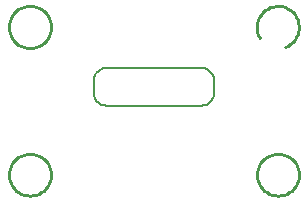
<source format=gko>
G04*
G04 #@! TF.GenerationSoftware,Altium Limited,Altium Designer,19.1.8 (144)*
G04*
G04 Layer_Color=16711935*
%FSLAX44Y44*%
%MOMM*%
G71*
G01*
G75*
%ADD12C,0.2000*%
%ADD65C,0.2540*%
D12*
X-39999Y64309D02*
X-42447Y64033D01*
X-44772Y63219D01*
X-46858Y61909D01*
X-48599Y60167D01*
X-49910Y58081D01*
X-50723Y55757D01*
X-50999Y53309D01*
Y43309D02*
X-50723Y40861D01*
X-49910Y38536D01*
X-48599Y36450D01*
X-46858Y34709D01*
X-44772Y33398D01*
X-42447Y32585D01*
X-39999Y32309D01*
X40001D02*
X42449Y32585D01*
X44774Y33398D01*
X46859Y34709D01*
X48601Y36450D01*
X49911Y38536D01*
X50725Y40861D01*
X51001Y43309D01*
Y53309D02*
X50725Y55757D01*
X49911Y58081D01*
X48601Y60167D01*
X46859Y61909D01*
X44774Y63219D01*
X42449Y64033D01*
X40001Y64309D01*
X-39999D02*
X1D01*
X-50999Y43309D02*
Y53309D01*
X-39999Y32309D02*
X40001D01*
X51001Y43309D02*
Y53309D01*
X1Y64309D02*
X40001D01*
D65*
X111081Y82292D02*
X113412Y83336D01*
X115569Y84702D01*
X117508Y86363D01*
X119189Y88285D01*
X120577Y90428D01*
X121644Y92748D01*
X122368Y95196D01*
X122734Y97723D01*
Y100277D01*
X122368Y102804D01*
X121644Y105252D01*
X120577Y107572D01*
X119189Y109715D01*
X117508Y111637D01*
X115569Y113298D01*
X113412Y114664D01*
X111081Y115708D01*
X108625Y116406D01*
X106095Y116746D01*
X103541Y116720D01*
X101018Y116328D01*
X98577Y115579D01*
X96269Y114488D01*
X94140Y113078D01*
X92235Y111377D01*
X90594Y109421D01*
X89250Y107250D01*
X88231Y104909D01*
X87557Y102446D01*
X87243Y99912D01*
X87296Y97360D01*
X87713Y94840D01*
X88487Y92407D01*
X89602Y90110D01*
X122780Y-26000D02*
X122599Y-23470D01*
X122060Y-20991D01*
X121173Y-18614D01*
X119958Y-16387D01*
X118437Y-14357D01*
X116643Y-12563D01*
X114613Y-11042D01*
X112386Y-9827D01*
X110009Y-8940D01*
X107530Y-8401D01*
X105000Y-8220D01*
X102470Y-8401D01*
X99991Y-8940D01*
X97614Y-9827D01*
X95387Y-11042D01*
X93357Y-12563D01*
X91563Y-14357D01*
X90042Y-16387D01*
X88827Y-18614D01*
X87940Y-20991D01*
X87401Y-23470D01*
X87220Y-26000D01*
X87401Y-28530D01*
X87940Y-31009D01*
X88827Y-33386D01*
X90042Y-35613D01*
X91563Y-37643D01*
X93357Y-39437D01*
X95387Y-40957D01*
X97614Y-42173D01*
X99991Y-43060D01*
X102470Y-43599D01*
X105000Y-43780D01*
X107530Y-43599D01*
X110009Y-43060D01*
X112386Y-42173D01*
X114613Y-40957D01*
X116643Y-39437D01*
X118437Y-37643D01*
X119958Y-35613D01*
X121173Y-33386D01*
X122060Y-31009D01*
X122599Y-28530D01*
X122780Y-26000D01*
X-87220Y99000D02*
X-87401Y101530D01*
X-87940Y104009D01*
X-88827Y106386D01*
X-90042Y108613D01*
X-91563Y110643D01*
X-93357Y112437D01*
X-95387Y113958D01*
X-97614Y115173D01*
X-99991Y116060D01*
X-102470Y116599D01*
X-105000Y116780D01*
X-107530Y116599D01*
X-110009Y116060D01*
X-112386Y115173D01*
X-114613Y113958D01*
X-116643Y112437D01*
X-118437Y110643D01*
X-119958Y108613D01*
X-121173Y106386D01*
X-122060Y104009D01*
X-122599Y101530D01*
X-122780Y99000D01*
X-122599Y96470D01*
X-122060Y93991D01*
X-121173Y91614D01*
X-119958Y89387D01*
X-118437Y87357D01*
X-116643Y85563D01*
X-114613Y84043D01*
X-112386Y82827D01*
X-110009Y81940D01*
X-107530Y81401D01*
X-105000Y81220D01*
X-102470Y81401D01*
X-99991Y81940D01*
X-97614Y82827D01*
X-95387Y84043D01*
X-93357Y85563D01*
X-91563Y87357D01*
X-90042Y89387D01*
X-88827Y91614D01*
X-87940Y93991D01*
X-87401Y96470D01*
X-87220Y99000D01*
Y-26000D02*
X-87401Y-23470D01*
X-87940Y-20991D01*
X-88827Y-18614D01*
X-90042Y-16387D01*
X-91563Y-14357D01*
X-93357Y-12563D01*
X-95387Y-11042D01*
X-97614Y-9827D01*
X-99991Y-8940D01*
X-102470Y-8401D01*
X-105000Y-8220D01*
X-107530Y-8401D01*
X-110009Y-8940D01*
X-112386Y-9827D01*
X-114613Y-11042D01*
X-116643Y-12563D01*
X-118437Y-14357D01*
X-119958Y-16387D01*
X-121173Y-18614D01*
X-122060Y-20991D01*
X-122599Y-23470D01*
X-122780Y-26000D01*
X-122599Y-28530D01*
X-122060Y-31009D01*
X-121173Y-33386D01*
X-119958Y-35613D01*
X-118437Y-37643D01*
X-116643Y-39437D01*
X-114613Y-40957D01*
X-112386Y-42173D01*
X-110009Y-43060D01*
X-107530Y-43599D01*
X-105000Y-43780D01*
X-102470Y-43599D01*
X-99991Y-43060D01*
X-97614Y-42173D01*
X-95387Y-40957D01*
X-93357Y-39437D01*
X-91563Y-37643D01*
X-90042Y-35613D01*
X-88827Y-33386D01*
X-87940Y-31009D01*
X-87401Y-28530D01*
X-87220Y-26000D01*
M02*

</source>
